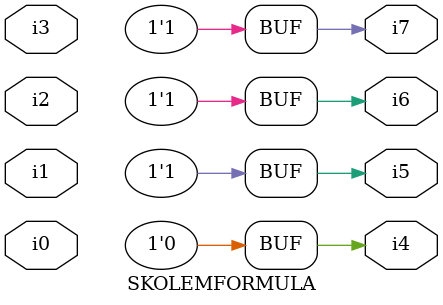
<source format=v>

module SKOLEMFORMULA ( 
    i0, i1, i2, i3,
    i4, i5, i6, i7  );
  input  i0, i1, i2, i3;
  output i4, i5, i6, i7;
  assign i4 = 1'b0;
  assign i5 = 1'b1;
  assign i6 = 1'b1;
  assign i7 = 1'b1;
endmodule



</source>
